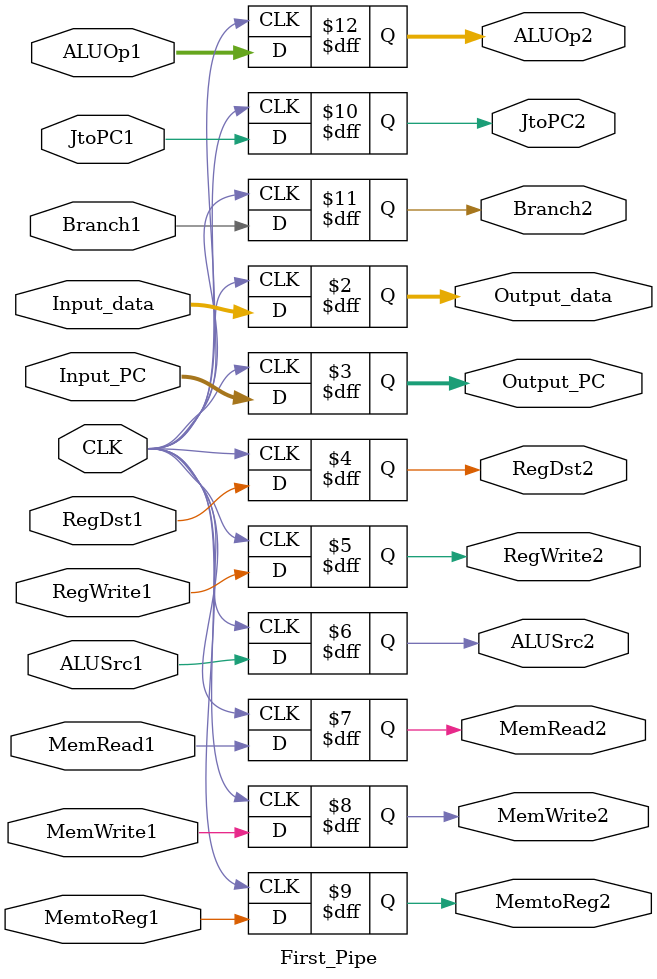
<source format=v>
module First_Pipe(
		/*CLK*/
		input wire CLK,

		/*IM data, PC*/
		input wire [31:0] Input_data,
		input wire [31:0] Input_PC,

		/*Control*/
	  	input wire RegDst1,
	  	input wire RegWrite1,
	  	input wire ALUSrc1,
	  	input wire MemRead1,
	  	input wire MemWrite1,
	  	input wire MemtoReg1,
		input wire JtoPC1,
	  	input wire Branch1,
	  	input wire [3:0] ALUOp1,


	  	output reg [31:0] Output_data,
	  	output reg [31:0] Output_PC,

	  	output reg RegDst2,
	  	output reg RegWrite2,
	  	output reg ALUSrc2,
	  	output reg MemRead2,
	  	output reg MemWrite2,
	  	output reg MemtoReg2,
	  	output reg JtoPC2,
	  	output reg Branch2,
	  	output reg [3:0] ALUOp2
	);

always @(posedge CLK)
begin
	Output_data <= Input_data;
	Output_PC <= Input_PC;
	RegDst2 <= RegDst1;
	RegWrite2 <= RegWrite1;
	ALUSrc2 <= ALUSrc1;
	MemRead2 <= MemRead1;
	MemWrite2 <= MemWrite1;
	MemtoReg2 <= MemtoReg1;
	JtoPC2 <= JtoPC1;
	Branch2 <= Branch1;
	ALUOp2 <= ALUOp1;
end

endmodule
</source>
